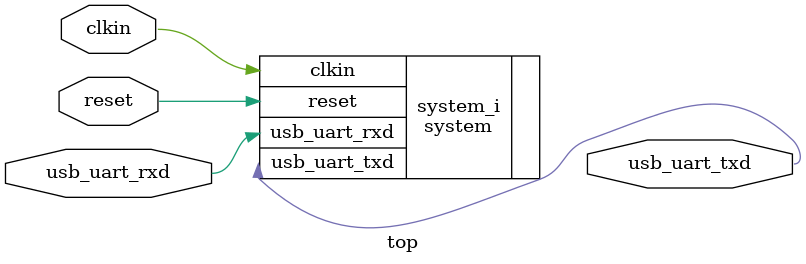
<source format=sv>

module top (
    input     logic   clkin,
    input     logic   reset,
    input     logic   usb_uart_rxd,
    output    logic   usb_uart_txd
);

    system system_i (
        .clkin          (clkin),
        .reset          (reset),
        .usb_uart_rxd   (usb_uart_rxd),
        .usb_uart_txd   (usb_uart_txd)
    );

endmodule

</source>
